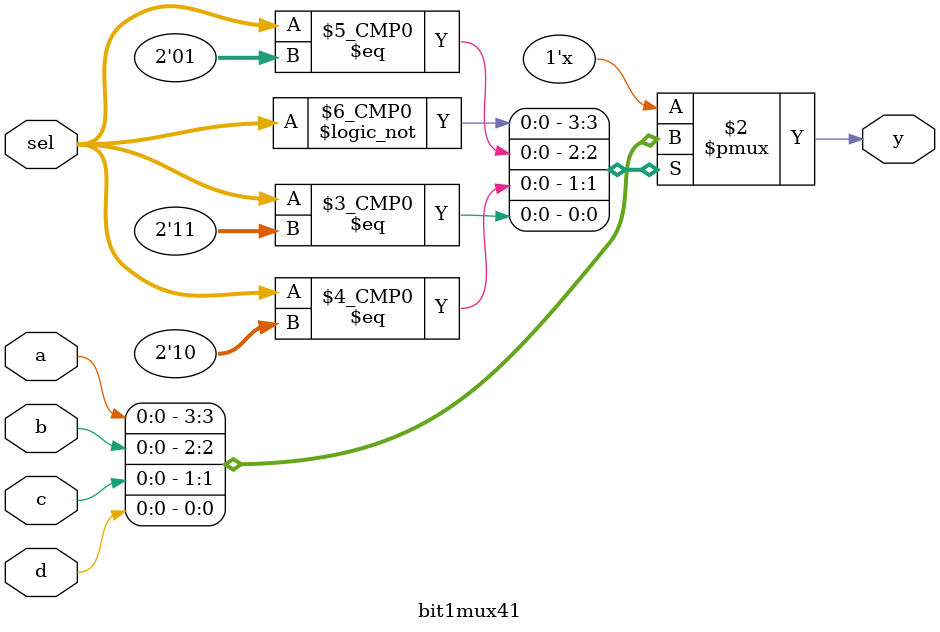
<source format=v>
module bit1mux41(a,b,c,d,sel,y);
	input a,b,c,d;
	input [1:0] sel;
	output reg y;
	
	always@(*) begin
		case(sel)
		2'b00: y=a;
		2'b01: y=b;
		2'b10: y=c;
		2'b11: y=d;
		endcase
	end
endmodule

</source>
